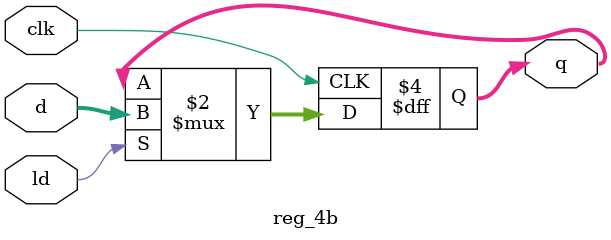
<source format=v>
module reg_4b(d, ld, clk, q);
  input [4:0] d;
  input ld, clk;
  output [4:0] q;
  reg [4:0] q;
  
  always @(posedge clk)
    if (ld)
      q <= d;
  
endmodule

</source>
